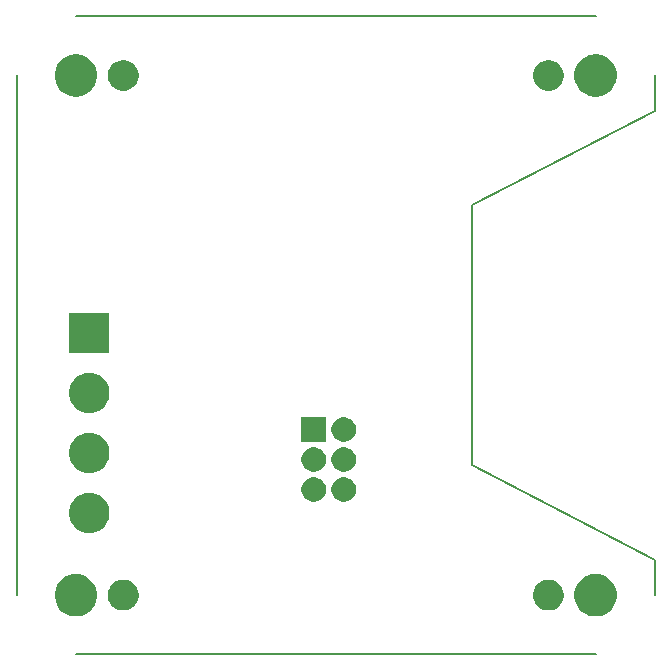
<source format=gbs>
G04 #@! TF.GenerationSoftware,KiCad,Pcbnew,5.1.5-52549c5~84~ubuntu18.04.1*
G04 #@! TF.CreationDate,2020-02-10T01:03:59+09:00*
G04 #@! TF.ProjectId,I2CMotorsForM5Stack,4932434d-6f74-46f7-9273-466f724d3553,rev?*
G04 #@! TF.SameCoordinates,Original*
G04 #@! TF.FileFunction,Soldermask,Bot*
G04 #@! TF.FilePolarity,Negative*
%FSLAX46Y46*%
G04 Gerber Fmt 4.6, Leading zero omitted, Abs format (unit mm)*
G04 Created by KiCad (PCBNEW 5.1.5-52549c5~84~ubuntu18.04.1) date 2020-02-10 01:03:59*
%MOMM*%
%LPD*%
G04 APERTURE LIST*
%ADD10C,0.150000*%
%ADD11C,0.200000*%
%ADD12C,0.100000*%
G04 APERTURE END LIST*
D10*
X53752800Y9534800D02*
X53752800Y6534800D01*
X38252800Y-23465200D02*
X53752800Y-31465200D01*
X38252800Y-1465200D02*
X38252800Y-23465200D01*
X53752800Y6534800D02*
X38252800Y-1465200D01*
X4752800Y14534800D02*
X48752800Y14534800D01*
D11*
X53752800Y-31465200D02*
X53752800Y-34465200D01*
D10*
X-247200Y-34465200D02*
X-247200Y9534800D01*
X48752800Y-39465200D02*
X4752800Y-39465200D01*
D12*
G36*
X49103963Y-32699787D02*
G01*
X49277841Y-32734373D01*
X49605420Y-32870061D01*
X49900233Y-33067049D01*
X50150951Y-33317767D01*
X50347939Y-33612580D01*
X50483627Y-33940159D01*
X50552800Y-34287916D01*
X50552800Y-34642484D01*
X50483627Y-34990241D01*
X50347939Y-35317820D01*
X50150951Y-35612633D01*
X49900233Y-35863351D01*
X49605420Y-36060339D01*
X49277841Y-36196027D01*
X49103962Y-36230614D01*
X48930086Y-36265200D01*
X48575514Y-36265200D01*
X48401637Y-36230613D01*
X48227759Y-36196027D01*
X47900180Y-36060339D01*
X47605367Y-35863351D01*
X47354649Y-35612633D01*
X47157661Y-35317820D01*
X47021973Y-34990241D01*
X46952800Y-34642484D01*
X46952800Y-34287916D01*
X47021973Y-33940159D01*
X47157661Y-33612580D01*
X47354649Y-33317767D01*
X47605367Y-33067049D01*
X47900180Y-32870061D01*
X48227759Y-32734373D01*
X48401638Y-32699786D01*
X48575514Y-32665200D01*
X48930086Y-32665200D01*
X49103963Y-32699787D01*
G37*
G36*
X5103963Y-32699787D02*
G01*
X5277841Y-32734373D01*
X5605420Y-32870061D01*
X5900233Y-33067049D01*
X6150951Y-33317767D01*
X6347939Y-33612580D01*
X6483627Y-33940159D01*
X6552800Y-34287916D01*
X6552800Y-34642484D01*
X6483627Y-34990241D01*
X6347939Y-35317820D01*
X6150951Y-35612633D01*
X5900233Y-35863351D01*
X5605420Y-36060339D01*
X5277841Y-36196027D01*
X5103962Y-36230614D01*
X4930086Y-36265200D01*
X4575514Y-36265200D01*
X4401637Y-36230613D01*
X4227759Y-36196027D01*
X3900180Y-36060339D01*
X3605367Y-35863351D01*
X3354649Y-35612633D01*
X3157661Y-35317820D01*
X3021973Y-34990241D01*
X2952800Y-34642484D01*
X2952800Y-34287916D01*
X3021973Y-33940159D01*
X3157661Y-33612580D01*
X3354649Y-33317767D01*
X3605367Y-33067049D01*
X3900180Y-32870061D01*
X4227759Y-32734373D01*
X4401638Y-32699786D01*
X4575514Y-32665200D01*
X4930086Y-32665200D01*
X5103963Y-32699787D01*
G37*
G36*
X45006417Y-33190179D02*
G01*
X45131996Y-33215158D01*
X45368581Y-33313155D01*
X45581502Y-33455424D01*
X45762576Y-33636498D01*
X45904845Y-33849419D01*
X46002842Y-34086004D01*
X46052800Y-34337161D01*
X46052800Y-34593239D01*
X46002842Y-34844396D01*
X45904845Y-35080981D01*
X45762576Y-35293902D01*
X45581502Y-35474976D01*
X45368581Y-35617245D01*
X45131996Y-35715242D01*
X44880840Y-35765200D01*
X44624760Y-35765200D01*
X44499183Y-35740221D01*
X44373604Y-35715242D01*
X44137019Y-35617245D01*
X43924098Y-35474976D01*
X43743024Y-35293902D01*
X43600755Y-35080981D01*
X43502758Y-34844396D01*
X43452800Y-34593239D01*
X43452800Y-34337161D01*
X43502758Y-34086004D01*
X43600755Y-33849419D01*
X43743024Y-33636498D01*
X43924098Y-33455424D01*
X44137019Y-33313155D01*
X44373604Y-33215158D01*
X44499183Y-33190179D01*
X44624760Y-33165200D01*
X44880840Y-33165200D01*
X45006417Y-33190179D01*
G37*
G36*
X9006417Y-33190179D02*
G01*
X9131996Y-33215158D01*
X9368581Y-33313155D01*
X9581502Y-33455424D01*
X9762576Y-33636498D01*
X9904845Y-33849419D01*
X10002842Y-34086004D01*
X10052800Y-34337161D01*
X10052800Y-34593239D01*
X10002842Y-34844396D01*
X9904845Y-35080981D01*
X9762576Y-35293902D01*
X9581502Y-35474976D01*
X9368581Y-35617245D01*
X9131996Y-35715242D01*
X8880840Y-35765200D01*
X8624760Y-35765200D01*
X8499183Y-35740221D01*
X8373604Y-35715242D01*
X8137019Y-35617245D01*
X7924098Y-35474976D01*
X7743024Y-35293902D01*
X7600755Y-35080981D01*
X7502758Y-34844396D01*
X7452800Y-34593239D01*
X7452800Y-34337161D01*
X7502758Y-34086004D01*
X7600755Y-33849419D01*
X7743024Y-33636498D01*
X7924098Y-33455424D01*
X8137019Y-33313155D01*
X8373604Y-33215158D01*
X8499183Y-33190179D01*
X8624760Y-33165200D01*
X8880840Y-33165200D01*
X9006417Y-33190179D01*
G37*
G36*
X6208454Y-25846065D02*
G01*
X6372672Y-25878730D01*
X6682052Y-26006879D01*
X6960487Y-26192923D01*
X7197277Y-26429713D01*
X7383321Y-26708148D01*
X7511470Y-27017528D01*
X7576800Y-27345965D01*
X7576800Y-27680835D01*
X7511470Y-28009272D01*
X7383321Y-28318652D01*
X7197277Y-28597087D01*
X6960487Y-28833877D01*
X6682052Y-29019921D01*
X6372672Y-29148070D01*
X6208454Y-29180735D01*
X6044237Y-29213400D01*
X5709363Y-29213400D01*
X5545146Y-29180735D01*
X5380928Y-29148070D01*
X5071548Y-29019921D01*
X4793113Y-28833877D01*
X4556323Y-28597087D01*
X4370279Y-28318652D01*
X4242130Y-28009272D01*
X4176800Y-27680835D01*
X4176800Y-27345965D01*
X4242130Y-27017528D01*
X4370279Y-26708148D01*
X4556323Y-26429713D01*
X4793113Y-26192923D01*
X5071548Y-26006879D01*
X5380928Y-25878730D01*
X5545146Y-25846065D01*
X5709363Y-25813400D01*
X6044237Y-25813400D01*
X6208454Y-25846065D01*
G37*
G36*
X25005487Y-24483427D02*
G01*
X25183074Y-24518750D01*
X25374162Y-24597902D01*
X25546136Y-24712811D01*
X25692389Y-24859064D01*
X25807298Y-25031038D01*
X25886450Y-25222126D01*
X25926800Y-25424984D01*
X25926800Y-25631816D01*
X25886450Y-25834674D01*
X25807298Y-26025762D01*
X25692389Y-26197736D01*
X25546136Y-26343989D01*
X25374162Y-26458898D01*
X25183074Y-26538050D01*
X25005487Y-26573373D01*
X24980217Y-26578400D01*
X24773383Y-26578400D01*
X24748113Y-26573373D01*
X24570526Y-26538050D01*
X24379438Y-26458898D01*
X24207464Y-26343989D01*
X24061211Y-26197736D01*
X23946302Y-26025762D01*
X23867150Y-25834674D01*
X23826800Y-25631816D01*
X23826800Y-25424984D01*
X23867150Y-25222126D01*
X23946302Y-25031038D01*
X24061211Y-24859064D01*
X24207464Y-24712811D01*
X24379438Y-24597902D01*
X24570526Y-24518750D01*
X24748113Y-24483427D01*
X24773383Y-24478400D01*
X24980217Y-24478400D01*
X25005487Y-24483427D01*
G37*
G36*
X27545487Y-24483427D02*
G01*
X27723074Y-24518750D01*
X27914162Y-24597902D01*
X28086136Y-24712811D01*
X28232389Y-24859064D01*
X28347298Y-25031038D01*
X28426450Y-25222126D01*
X28466800Y-25424984D01*
X28466800Y-25631816D01*
X28426450Y-25834674D01*
X28347298Y-26025762D01*
X28232389Y-26197736D01*
X28086136Y-26343989D01*
X27914162Y-26458898D01*
X27723074Y-26538050D01*
X27545487Y-26573373D01*
X27520217Y-26578400D01*
X27313383Y-26578400D01*
X27288113Y-26573373D01*
X27110526Y-26538050D01*
X26919438Y-26458898D01*
X26747464Y-26343989D01*
X26601211Y-26197736D01*
X26486302Y-26025762D01*
X26407150Y-25834674D01*
X26366800Y-25631816D01*
X26366800Y-25424984D01*
X26407150Y-25222126D01*
X26486302Y-25031038D01*
X26601211Y-24859064D01*
X26747464Y-24712811D01*
X26919438Y-24597902D01*
X27110526Y-24518750D01*
X27288113Y-24483427D01*
X27313383Y-24478400D01*
X27520217Y-24478400D01*
X27545487Y-24483427D01*
G37*
G36*
X6208454Y-20766065D02*
G01*
X6372672Y-20798730D01*
X6682052Y-20926879D01*
X6960487Y-21112923D01*
X7197277Y-21349713D01*
X7383321Y-21628148D01*
X7511470Y-21937528D01*
X7576800Y-22265965D01*
X7576800Y-22600835D01*
X7511470Y-22929272D01*
X7383321Y-23238652D01*
X7197277Y-23517087D01*
X6960487Y-23753877D01*
X6682052Y-23939921D01*
X6372672Y-24068070D01*
X6208453Y-24100735D01*
X6044237Y-24133400D01*
X5709363Y-24133400D01*
X5545147Y-24100735D01*
X5380928Y-24068070D01*
X5071548Y-23939921D01*
X4793113Y-23753877D01*
X4556323Y-23517087D01*
X4370279Y-23238652D01*
X4242130Y-22929272D01*
X4176800Y-22600835D01*
X4176800Y-22265965D01*
X4242130Y-21937528D01*
X4370279Y-21628148D01*
X4556323Y-21349713D01*
X4793113Y-21112923D01*
X5071548Y-20926879D01*
X5380928Y-20798730D01*
X5545146Y-20766065D01*
X5709363Y-20733400D01*
X6044237Y-20733400D01*
X6208454Y-20766065D01*
G37*
G36*
X25005487Y-21943427D02*
G01*
X25183074Y-21978750D01*
X25374162Y-22057902D01*
X25546136Y-22172811D01*
X25692389Y-22319064D01*
X25807298Y-22491038D01*
X25886450Y-22682126D01*
X25926800Y-22884984D01*
X25926800Y-23091816D01*
X25886450Y-23294674D01*
X25807298Y-23485762D01*
X25692389Y-23657736D01*
X25546136Y-23803989D01*
X25374162Y-23918898D01*
X25183074Y-23998050D01*
X25005487Y-24033373D01*
X24980217Y-24038400D01*
X24773383Y-24038400D01*
X24748113Y-24033373D01*
X24570526Y-23998050D01*
X24379438Y-23918898D01*
X24207464Y-23803989D01*
X24061211Y-23657736D01*
X23946302Y-23485762D01*
X23867150Y-23294674D01*
X23826800Y-23091816D01*
X23826800Y-22884984D01*
X23867150Y-22682126D01*
X23946302Y-22491038D01*
X24061211Y-22319064D01*
X24207464Y-22172811D01*
X24379438Y-22057902D01*
X24570526Y-21978750D01*
X24748113Y-21943427D01*
X24773383Y-21938400D01*
X24980217Y-21938400D01*
X25005487Y-21943427D01*
G37*
G36*
X27545487Y-21943427D02*
G01*
X27723074Y-21978750D01*
X27914162Y-22057902D01*
X28086136Y-22172811D01*
X28232389Y-22319064D01*
X28347298Y-22491038D01*
X28426450Y-22682126D01*
X28466800Y-22884984D01*
X28466800Y-23091816D01*
X28426450Y-23294674D01*
X28347298Y-23485762D01*
X28232389Y-23657736D01*
X28086136Y-23803989D01*
X27914162Y-23918898D01*
X27723074Y-23998050D01*
X27545487Y-24033373D01*
X27520217Y-24038400D01*
X27313383Y-24038400D01*
X27288113Y-24033373D01*
X27110526Y-23998050D01*
X26919438Y-23918898D01*
X26747464Y-23803989D01*
X26601211Y-23657736D01*
X26486302Y-23485762D01*
X26407150Y-23294674D01*
X26366800Y-23091816D01*
X26366800Y-22884984D01*
X26407150Y-22682126D01*
X26486302Y-22491038D01*
X26601211Y-22319064D01*
X26747464Y-22172811D01*
X26919438Y-22057902D01*
X27110526Y-21978750D01*
X27288113Y-21943427D01*
X27313383Y-21938400D01*
X27520217Y-21938400D01*
X27545487Y-21943427D01*
G37*
G36*
X27545487Y-19403427D02*
G01*
X27723074Y-19438750D01*
X27914162Y-19517902D01*
X28086136Y-19632811D01*
X28232389Y-19779064D01*
X28347298Y-19951038D01*
X28426450Y-20142126D01*
X28466800Y-20344984D01*
X28466800Y-20551816D01*
X28426450Y-20754674D01*
X28347298Y-20945762D01*
X28232389Y-21117736D01*
X28086136Y-21263989D01*
X27914162Y-21378898D01*
X27723074Y-21458050D01*
X27545487Y-21493373D01*
X27520217Y-21498400D01*
X27313383Y-21498400D01*
X27288113Y-21493373D01*
X27110526Y-21458050D01*
X26919438Y-21378898D01*
X26747464Y-21263989D01*
X26601211Y-21117736D01*
X26486302Y-20945762D01*
X26407150Y-20754674D01*
X26366800Y-20551816D01*
X26366800Y-20344984D01*
X26407150Y-20142126D01*
X26486302Y-19951038D01*
X26601211Y-19779064D01*
X26747464Y-19632811D01*
X26919438Y-19517902D01*
X27110526Y-19438750D01*
X27288113Y-19403427D01*
X27313383Y-19398400D01*
X27520217Y-19398400D01*
X27545487Y-19403427D01*
G37*
G36*
X25926800Y-21498400D02*
G01*
X23826800Y-21498400D01*
X23826800Y-19398400D01*
X25926800Y-19398400D01*
X25926800Y-21498400D01*
G37*
G36*
X6208453Y-15686065D02*
G01*
X6372672Y-15718730D01*
X6682052Y-15846879D01*
X6960487Y-16032923D01*
X7197277Y-16269713D01*
X7383321Y-16548148D01*
X7511470Y-16857528D01*
X7576800Y-17185965D01*
X7576800Y-17520835D01*
X7511470Y-17849272D01*
X7383321Y-18158652D01*
X7197277Y-18437087D01*
X6960487Y-18673877D01*
X6682052Y-18859921D01*
X6372672Y-18988070D01*
X6208453Y-19020735D01*
X6044237Y-19053400D01*
X5709363Y-19053400D01*
X5545147Y-19020735D01*
X5380928Y-18988070D01*
X5071548Y-18859921D01*
X4793113Y-18673877D01*
X4556323Y-18437087D01*
X4370279Y-18158652D01*
X4242130Y-17849272D01*
X4176800Y-17520835D01*
X4176800Y-17185965D01*
X4242130Y-16857528D01*
X4370279Y-16548148D01*
X4556323Y-16269713D01*
X4793113Y-16032923D01*
X5071548Y-15846879D01*
X5380928Y-15718730D01*
X5545147Y-15686065D01*
X5709363Y-15653400D01*
X6044237Y-15653400D01*
X6208453Y-15686065D01*
G37*
G36*
X7576800Y-13973400D02*
G01*
X4176800Y-13973400D01*
X4176800Y-10573400D01*
X7576800Y-10573400D01*
X7576800Y-13973400D01*
G37*
G36*
X5103963Y11300213D02*
G01*
X5277841Y11265627D01*
X5605420Y11129939D01*
X5900233Y10932951D01*
X6150951Y10682233D01*
X6347939Y10387420D01*
X6483627Y10059841D01*
X6552800Y9712084D01*
X6552800Y9357516D01*
X6483627Y9009759D01*
X6347939Y8682180D01*
X6150951Y8387367D01*
X5900233Y8136649D01*
X5605420Y7939661D01*
X5277841Y7803973D01*
X5103962Y7769386D01*
X4930086Y7734800D01*
X4575514Y7734800D01*
X4401638Y7769386D01*
X4227759Y7803973D01*
X3900180Y7939661D01*
X3605367Y8136649D01*
X3354649Y8387367D01*
X3157661Y8682180D01*
X3021973Y9009759D01*
X2952800Y9357516D01*
X2952800Y9712084D01*
X3021973Y10059841D01*
X3157661Y10387420D01*
X3354649Y10682233D01*
X3605367Y10932951D01*
X3900180Y11129939D01*
X4227759Y11265627D01*
X4401637Y11300213D01*
X4575514Y11334800D01*
X4930086Y11334800D01*
X5103963Y11300213D01*
G37*
G36*
X49103963Y11300213D02*
G01*
X49277841Y11265627D01*
X49605420Y11129939D01*
X49900233Y10932951D01*
X50150951Y10682233D01*
X50347939Y10387420D01*
X50483627Y10059841D01*
X50552800Y9712084D01*
X50552800Y9357516D01*
X50483627Y9009759D01*
X50347939Y8682180D01*
X50150951Y8387367D01*
X49900233Y8136649D01*
X49605420Y7939661D01*
X49277841Y7803973D01*
X49103962Y7769386D01*
X48930086Y7734800D01*
X48575514Y7734800D01*
X48401638Y7769386D01*
X48227759Y7803973D01*
X47900180Y7939661D01*
X47605367Y8136649D01*
X47354649Y8387367D01*
X47157661Y8682180D01*
X47021973Y9009759D01*
X46952800Y9357516D01*
X46952800Y9712084D01*
X47021973Y10059841D01*
X47157661Y10387420D01*
X47354649Y10682233D01*
X47605367Y10932951D01*
X47900180Y11129939D01*
X48227759Y11265627D01*
X48401637Y11300213D01*
X48575514Y11334800D01*
X48930086Y11334800D01*
X49103963Y11300213D01*
G37*
G36*
X45131996Y10784842D02*
G01*
X45368581Y10686845D01*
X45581502Y10544576D01*
X45762576Y10363502D01*
X45904845Y10150581D01*
X46002842Y9913996D01*
X46052800Y9662839D01*
X46052800Y9406761D01*
X46002842Y9155604D01*
X45904845Y8919019D01*
X45762576Y8706098D01*
X45581502Y8525024D01*
X45368581Y8382755D01*
X45131996Y8284758D01*
X44880840Y8234800D01*
X44624760Y8234800D01*
X44373604Y8284758D01*
X44137019Y8382755D01*
X43924098Y8525024D01*
X43743024Y8706098D01*
X43600755Y8919019D01*
X43502758Y9155604D01*
X43452800Y9406761D01*
X43452800Y9662839D01*
X43502758Y9913996D01*
X43600755Y10150581D01*
X43743024Y10363502D01*
X43924098Y10544576D01*
X44137019Y10686845D01*
X44373604Y10784842D01*
X44624760Y10834800D01*
X44880840Y10834800D01*
X45131996Y10784842D01*
G37*
G36*
X9131996Y10784842D02*
G01*
X9368581Y10686845D01*
X9581502Y10544576D01*
X9762576Y10363502D01*
X9904845Y10150581D01*
X10002842Y9913996D01*
X10052800Y9662839D01*
X10052800Y9406761D01*
X10002842Y9155604D01*
X9904845Y8919019D01*
X9762576Y8706098D01*
X9581502Y8525024D01*
X9368581Y8382755D01*
X9131996Y8284758D01*
X8880840Y8234800D01*
X8624760Y8234800D01*
X8373604Y8284758D01*
X8137019Y8382755D01*
X7924098Y8525024D01*
X7743024Y8706098D01*
X7600755Y8919019D01*
X7502758Y9155604D01*
X7452800Y9406761D01*
X7452800Y9662839D01*
X7502758Y9913996D01*
X7600755Y10150581D01*
X7743024Y10363502D01*
X7924098Y10544576D01*
X8137019Y10686845D01*
X8373604Y10784842D01*
X8624760Y10834800D01*
X8880840Y10834800D01*
X9131996Y10784842D01*
G37*
M02*

</source>
